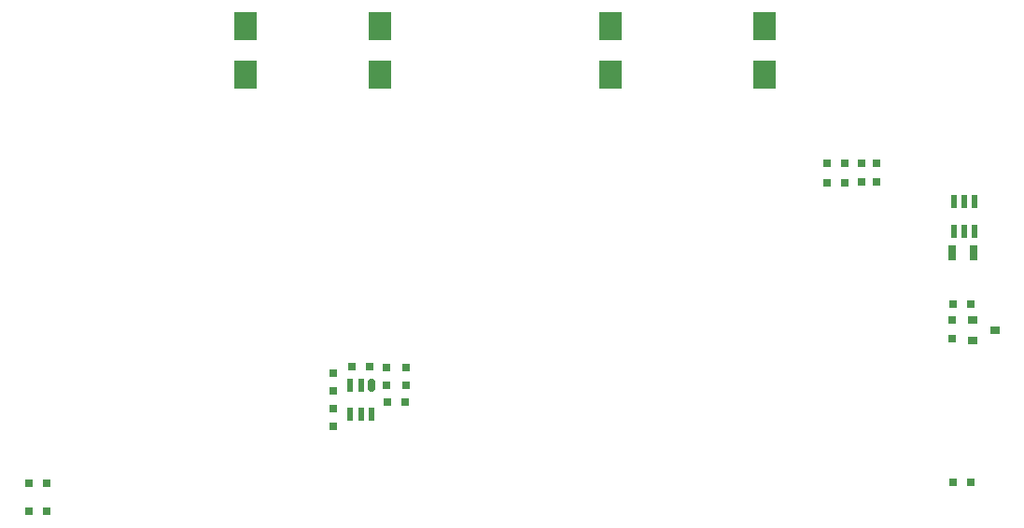
<source format=gtp>
G04*
G04 #@! TF.GenerationSoftware,Altium Limited,Altium Designer,22.1.2 (22)*
G04*
G04 Layer_Color=8421504*
%FSAX44Y44*%
%MOMM*%
G71*
G04*
G04 #@! TF.SameCoordinates,FD085C4F-33D3-4CAD-8C95-339AC6E91DDF*
G04*
G04*
G04 #@! TF.FilePolarity,Positive*
G04*
G01*
G75*
%ADD13R,2.0000X2.5000*%
%ADD14R,0.8000X0.8000*%
%ADD15R,0.8000X0.8000*%
%ADD16R,0.6000X1.2000*%
G04:AMPARAMS|DCode=17|XSize=0.6mm|YSize=1.2mm|CornerRadius=0.15mm|HoleSize=0mm|Usage=FLASHONLY|Rotation=0.000|XOffset=0mm|YOffset=0mm|HoleType=Round|Shape=RoundedRectangle|*
%AMROUNDEDRECTD17*
21,1,0.6000,0.9000,0,0,0.0*
21,1,0.3000,1.2000,0,0,0.0*
1,1,0.3000,0.1500,-0.4500*
1,1,0.3000,-0.1500,-0.4500*
1,1,0.3000,-0.1500,0.4500*
1,1,0.3000,0.1500,0.4500*
%
%ADD17ROUNDEDRECTD17*%
%ADD18R,0.8000X1.4000*%
%ADD19R,0.9500X0.8000*%
D13*
X00239000Y00832000D02*
D03*
X00361000Y00788000D02*
D03*
X00239000Y00788000D02*
D03*
X00361000Y00832000D02*
D03*
X00710000Y00788000D02*
D03*
X00570000D02*
D03*
Y00832000D02*
D03*
X00710000D02*
D03*
D14*
X00319000Y00500750D02*
D03*
X00319000Y00517250D02*
D03*
X00319000Y00485250D02*
D03*
Y00468750D02*
D03*
X00385000Y00522250D02*
D03*
Y00505750D02*
D03*
X00367000Y00522250D02*
D03*
Y00505750D02*
D03*
X00798000Y00690750D02*
D03*
X00798000Y00707250D02*
D03*
X00880000Y00565250D02*
D03*
Y00548750D02*
D03*
X00812000Y00707250D02*
D03*
Y00690750D02*
D03*
D15*
X00059250Y00417000D02*
D03*
X00042750D02*
D03*
X00059250Y00392000D02*
D03*
X00042750D02*
D03*
X00384250Y00491000D02*
D03*
X00367750D02*
D03*
X00335750Y00523000D02*
D03*
X00352250D02*
D03*
X00897250Y00418000D02*
D03*
X00881000Y00580000D02*
D03*
X00897500D02*
D03*
X00783250Y00708000D02*
D03*
X00766750D02*
D03*
X00783250Y00690000D02*
D03*
X00766750D02*
D03*
X00880750Y00418000D02*
D03*
D16*
X00353500Y00479500D02*
D03*
X00344000Y00479500D02*
D03*
X00334500Y00479500D02*
D03*
Y00506500D02*
D03*
X00344000Y00506500D02*
D03*
X00900500Y00645500D02*
D03*
X00891000Y00645500D02*
D03*
X00881500Y00645500D02*
D03*
Y00672500D02*
D03*
X00891000Y00672500D02*
D03*
X00900500Y00672500D02*
D03*
D17*
X00353500Y00506500D02*
D03*
D18*
X00900000Y00626000D02*
D03*
X00880000D02*
D03*
D19*
X00899000Y00565500D02*
D03*
X00919000Y00556000D02*
D03*
X00899000Y00546500D02*
D03*
M02*

</source>
